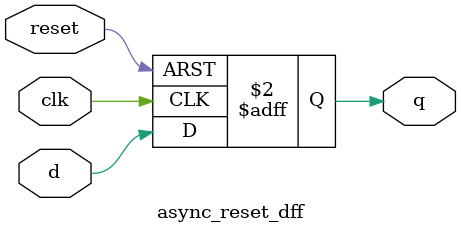
<source format=sv>
module async_reset_dff (
    input  logic clk,    // Clock input
    input  logic reset,  // Asynchronous reset
    input  logic d,      // Data input
    output logic q       // Data output
);

    always_ff @(posedge clk or posedge reset) begin
        if (reset) begin
            q <= 1'b0; // Reset output to 0
        end else begin
            q <= d;    // On clock edge, latch the data
        end
    end

endmodule

</source>
